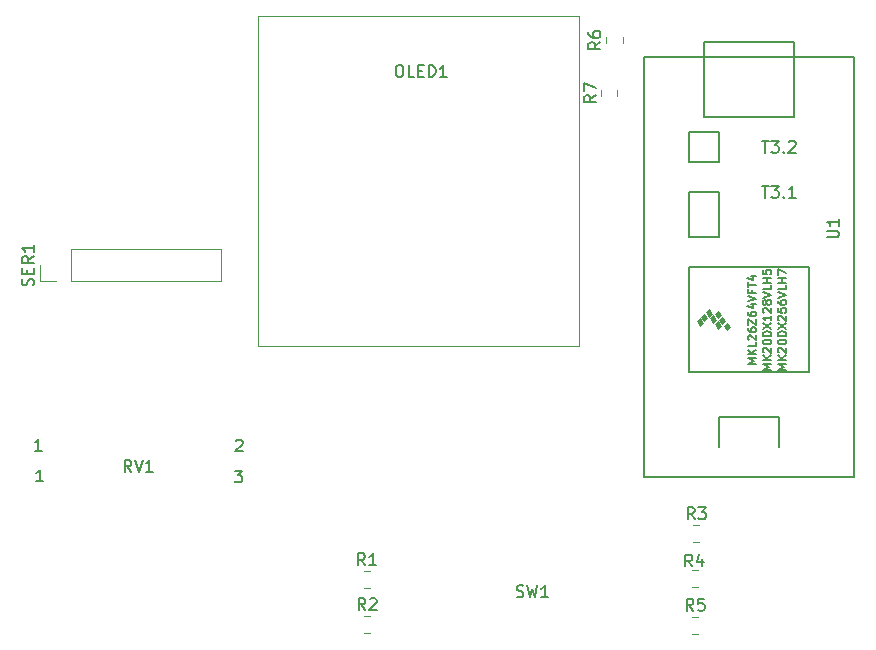
<source format=gbr>
G04 #@! TF.GenerationSoftware,KiCad,Pcbnew,(5.1.4-0)*
G04 #@! TF.CreationDate,2020-03-10T11:39:59-04:00*
G04 #@! TF.ProjectId,joystick,6a6f7973-7469-4636-9b2e-6b696361645f,rev?*
G04 #@! TF.SameCoordinates,Original*
G04 #@! TF.FileFunction,Legend,Top*
G04 #@! TF.FilePolarity,Positive*
%FSLAX46Y46*%
G04 Gerber Fmt 4.6, Leading zero omitted, Abs format (unit mm)*
G04 Created by KiCad (PCBNEW (5.1.4-0)) date 2020-03-10 11:39:59*
%MOMM*%
%LPD*%
G04 APERTURE LIST*
%ADD10C,0.120000*%
%ADD11C,0.100000*%
%ADD12C,0.150000*%
G04 APERTURE END LIST*
D10*
X93170000Y-87630000D02*
X93170000Y-86300000D01*
X94500000Y-87630000D02*
X93170000Y-87630000D01*
X95770000Y-87630000D02*
X95770000Y-84970000D01*
X95770000Y-84970000D02*
X108530000Y-84970000D01*
X95770000Y-87630000D02*
X108530000Y-87630000D01*
X108530000Y-87630000D02*
X108530000Y-84970000D01*
X148858578Y-116090000D02*
X148341422Y-116090000D01*
X148858578Y-117510000D02*
X148341422Y-117510000D01*
D11*
X111661000Y-65180000D02*
X111661000Y-93120000D01*
X138839000Y-65180000D02*
X111661000Y-65180000D01*
X138839000Y-93120000D02*
X138839000Y-65180000D01*
X111661000Y-93120000D02*
X138839000Y-93120000D01*
D10*
X140640000Y-71478922D02*
X140640000Y-71996078D01*
X142060000Y-71478922D02*
X142060000Y-71996078D01*
X142510000Y-67508578D02*
X142510000Y-66991422D01*
X141090000Y-67508578D02*
X141090000Y-66991422D01*
X148858578Y-112090000D02*
X148341422Y-112090000D01*
X148858578Y-113510000D02*
X148341422Y-113510000D01*
X148958578Y-108290000D02*
X148441422Y-108290000D01*
X148958578Y-109710000D02*
X148441422Y-109710000D01*
X120628922Y-117410000D02*
X121146078Y-117410000D01*
X120628922Y-115990000D02*
X121146078Y-115990000D01*
X120591422Y-113610000D02*
X121108578Y-113610000D01*
X120591422Y-112190000D02*
X121108578Y-112190000D01*
D11*
G36*
X150299000Y-91306000D02*
G01*
X150553000Y-91052000D01*
X150807000Y-91433000D01*
X150553000Y-91687000D01*
X150299000Y-91306000D01*
G37*
X150299000Y-91306000D02*
X150553000Y-91052000D01*
X150807000Y-91433000D01*
X150553000Y-91687000D01*
X150299000Y-91306000D01*
G36*
X149537000Y-90290000D02*
G01*
X149791000Y-90036000D01*
X150045000Y-90417000D01*
X149791000Y-90671000D01*
X149537000Y-90290000D01*
G37*
X149537000Y-90290000D02*
X149791000Y-90036000D01*
X150045000Y-90417000D01*
X149791000Y-90671000D01*
X149537000Y-90290000D01*
G36*
X148775000Y-91052000D02*
G01*
X149029000Y-90798000D01*
X149283000Y-91179000D01*
X149029000Y-91433000D01*
X148775000Y-91052000D01*
G37*
X148775000Y-91052000D02*
X149029000Y-90798000D01*
X149283000Y-91179000D01*
X149029000Y-91433000D01*
X148775000Y-91052000D01*
G36*
X150680000Y-90925000D02*
G01*
X150934000Y-90671000D01*
X151188000Y-91052000D01*
X150934000Y-91306000D01*
X150680000Y-90925000D01*
G37*
X150680000Y-90925000D02*
X150934000Y-90671000D01*
X151188000Y-91052000D01*
X150934000Y-91306000D01*
X150680000Y-90925000D01*
G36*
X149156000Y-90671000D02*
G01*
X149410000Y-90417000D01*
X149664000Y-90798000D01*
X149410000Y-91052000D01*
X149156000Y-90671000D01*
G37*
X149156000Y-90671000D02*
X149410000Y-90417000D01*
X149664000Y-90798000D01*
X149410000Y-91052000D01*
X149156000Y-90671000D01*
G36*
X151061000Y-91433000D02*
G01*
X151315000Y-91179000D01*
X151569000Y-91560000D01*
X151315000Y-91814000D01*
X151061000Y-91433000D01*
G37*
X151061000Y-91433000D02*
X151315000Y-91179000D01*
X151569000Y-91560000D01*
X151315000Y-91814000D01*
X151061000Y-91433000D01*
G36*
X149918000Y-90798000D02*
G01*
X150172000Y-90544000D01*
X150426000Y-90925000D01*
X150172000Y-91179000D01*
X149918000Y-90798000D01*
G37*
X149918000Y-90798000D02*
X150172000Y-90544000D01*
X150426000Y-90925000D01*
X150172000Y-91179000D01*
X149918000Y-90798000D01*
G36*
X150299000Y-90417000D02*
G01*
X150553000Y-90163000D01*
X150807000Y-90544000D01*
X150553000Y-90798000D01*
X150299000Y-90417000D01*
G37*
X150299000Y-90417000D02*
X150553000Y-90163000D01*
X150807000Y-90544000D01*
X150553000Y-90798000D01*
X150299000Y-90417000D01*
D12*
X144330000Y-68700000D02*
X162110000Y-68700000D01*
X144330000Y-104260000D02*
X144330000Y-68700000D01*
X162110000Y-104260000D02*
X144330000Y-104260000D01*
X162110000Y-68700000D02*
X162110000Y-104260000D01*
X148140000Y-95370000D02*
X148140000Y-86480000D01*
X158300000Y-95370000D02*
X158300000Y-86480000D01*
X158300000Y-86480000D02*
X148140000Y-86480000D01*
X148140000Y-95370000D02*
X158300000Y-95370000D01*
X155760000Y-99180000D02*
X155760000Y-101720000D01*
X150680000Y-99180000D02*
X155760000Y-99180000D01*
X150680000Y-101720000D02*
X150680000Y-99180000D01*
X150680000Y-75050000D02*
X148140000Y-75050000D01*
X150680000Y-77590000D02*
X150680000Y-75050000D01*
X148140000Y-77590000D02*
X150680000Y-77590000D01*
X148140000Y-75050000D02*
X148140000Y-77590000D01*
X149410000Y-73780000D02*
X149410000Y-68700000D01*
X157030000Y-73780000D02*
X157030000Y-68700000D01*
X149410000Y-73780000D02*
X157030000Y-73780000D01*
X150680000Y-80130000D02*
X148140000Y-80130000D01*
X150680000Y-83940000D02*
X150680000Y-80130000D01*
X148140000Y-83940000D02*
X150680000Y-83940000D01*
X148140000Y-80130000D02*
X148140000Y-83940000D01*
X157030000Y-67430000D02*
X157030000Y-68700000D01*
X149410000Y-67430000D02*
X157030000Y-67430000D01*
X149410000Y-68700000D02*
X149410000Y-67430000D01*
X92574761Y-88014285D02*
X92622380Y-87871428D01*
X92622380Y-87633333D01*
X92574761Y-87538095D01*
X92527142Y-87490476D01*
X92431904Y-87442857D01*
X92336666Y-87442857D01*
X92241428Y-87490476D01*
X92193809Y-87538095D01*
X92146190Y-87633333D01*
X92098571Y-87823809D01*
X92050952Y-87919047D01*
X92003333Y-87966666D01*
X91908095Y-88014285D01*
X91812857Y-88014285D01*
X91717619Y-87966666D01*
X91670000Y-87919047D01*
X91622380Y-87823809D01*
X91622380Y-87585714D01*
X91670000Y-87442857D01*
X92098571Y-87014285D02*
X92098571Y-86680952D01*
X92622380Y-86538095D02*
X92622380Y-87014285D01*
X91622380Y-87014285D01*
X91622380Y-86538095D01*
X92622380Y-85538095D02*
X92146190Y-85871428D01*
X92622380Y-86109523D02*
X91622380Y-86109523D01*
X91622380Y-85728571D01*
X91670000Y-85633333D01*
X91717619Y-85585714D01*
X91812857Y-85538095D01*
X91955714Y-85538095D01*
X92050952Y-85585714D01*
X92098571Y-85633333D01*
X92146190Y-85728571D01*
X92146190Y-86109523D01*
X92622380Y-84585714D02*
X92622380Y-85157142D01*
X92622380Y-84871428D02*
X91622380Y-84871428D01*
X91765238Y-84966666D01*
X91860476Y-85061904D01*
X91908095Y-85157142D01*
X148483333Y-115552380D02*
X148150000Y-115076190D01*
X147911904Y-115552380D02*
X147911904Y-114552380D01*
X148292857Y-114552380D01*
X148388095Y-114600000D01*
X148435714Y-114647619D01*
X148483333Y-114742857D01*
X148483333Y-114885714D01*
X148435714Y-114980952D01*
X148388095Y-115028571D01*
X148292857Y-115076190D01*
X147911904Y-115076190D01*
X149388095Y-114552380D02*
X148911904Y-114552380D01*
X148864285Y-115028571D01*
X148911904Y-114980952D01*
X149007142Y-114933333D01*
X149245238Y-114933333D01*
X149340476Y-114980952D01*
X149388095Y-115028571D01*
X149435714Y-115123809D01*
X149435714Y-115361904D01*
X149388095Y-115457142D01*
X149340476Y-115504761D01*
X149245238Y-115552380D01*
X149007142Y-115552380D01*
X148911904Y-115504761D01*
X148864285Y-115457142D01*
X123511428Y-69362380D02*
X123701904Y-69362380D01*
X123797142Y-69410000D01*
X123892380Y-69505238D01*
X123940000Y-69695714D01*
X123940000Y-70029047D01*
X123892380Y-70219523D01*
X123797142Y-70314761D01*
X123701904Y-70362380D01*
X123511428Y-70362380D01*
X123416190Y-70314761D01*
X123320952Y-70219523D01*
X123273333Y-70029047D01*
X123273333Y-69695714D01*
X123320952Y-69505238D01*
X123416190Y-69410000D01*
X123511428Y-69362380D01*
X124844761Y-70362380D02*
X124368571Y-70362380D01*
X124368571Y-69362380D01*
X125178095Y-69838571D02*
X125511428Y-69838571D01*
X125654285Y-70362380D02*
X125178095Y-70362380D01*
X125178095Y-69362380D01*
X125654285Y-69362380D01*
X126082857Y-70362380D02*
X126082857Y-69362380D01*
X126320952Y-69362380D01*
X126463809Y-69410000D01*
X126559047Y-69505238D01*
X126606666Y-69600476D01*
X126654285Y-69790952D01*
X126654285Y-69933809D01*
X126606666Y-70124285D01*
X126559047Y-70219523D01*
X126463809Y-70314761D01*
X126320952Y-70362380D01*
X126082857Y-70362380D01*
X127606666Y-70362380D02*
X127035238Y-70362380D01*
X127320952Y-70362380D02*
X127320952Y-69362380D01*
X127225714Y-69505238D01*
X127130476Y-69600476D01*
X127035238Y-69648095D01*
X133516666Y-114354761D02*
X133659523Y-114402380D01*
X133897619Y-114402380D01*
X133992857Y-114354761D01*
X134040476Y-114307142D01*
X134088095Y-114211904D01*
X134088095Y-114116666D01*
X134040476Y-114021428D01*
X133992857Y-113973809D01*
X133897619Y-113926190D01*
X133707142Y-113878571D01*
X133611904Y-113830952D01*
X133564285Y-113783333D01*
X133516666Y-113688095D01*
X133516666Y-113592857D01*
X133564285Y-113497619D01*
X133611904Y-113450000D01*
X133707142Y-113402380D01*
X133945238Y-113402380D01*
X134088095Y-113450000D01*
X134421428Y-113402380D02*
X134659523Y-114402380D01*
X134850000Y-113688095D01*
X135040476Y-114402380D01*
X135278571Y-113402380D01*
X136183333Y-114402380D02*
X135611904Y-114402380D01*
X135897619Y-114402380D02*
X135897619Y-113402380D01*
X135802380Y-113545238D01*
X135707142Y-113640476D01*
X135611904Y-113688095D01*
X100904761Y-103802380D02*
X100571428Y-103326190D01*
X100333333Y-103802380D02*
X100333333Y-102802380D01*
X100714285Y-102802380D01*
X100809523Y-102850000D01*
X100857142Y-102897619D01*
X100904761Y-102992857D01*
X100904761Y-103135714D01*
X100857142Y-103230952D01*
X100809523Y-103278571D01*
X100714285Y-103326190D01*
X100333333Y-103326190D01*
X101190476Y-102802380D02*
X101523809Y-103802380D01*
X101857142Y-102802380D01*
X102714285Y-103802380D02*
X102142857Y-103802380D01*
X102428571Y-103802380D02*
X102428571Y-102802380D01*
X102333333Y-102945238D01*
X102238095Y-103040476D01*
X102142857Y-103088095D01*
X109656666Y-103692380D02*
X110275714Y-103692380D01*
X109942380Y-104073333D01*
X110085238Y-104073333D01*
X110180476Y-104120952D01*
X110228095Y-104168571D01*
X110275714Y-104263809D01*
X110275714Y-104501904D01*
X110228095Y-104597142D01*
X110180476Y-104644761D01*
X110085238Y-104692380D01*
X109799523Y-104692380D01*
X109704285Y-104644761D01*
X109656666Y-104597142D01*
X109744285Y-101157619D02*
X109791904Y-101110000D01*
X109887142Y-101062380D01*
X110125238Y-101062380D01*
X110220476Y-101110000D01*
X110268095Y-101157619D01*
X110315714Y-101252857D01*
X110315714Y-101348095D01*
X110268095Y-101490952D01*
X109696666Y-102062380D01*
X110315714Y-102062380D01*
X93435714Y-104602380D02*
X92864285Y-104602380D01*
X93150000Y-104602380D02*
X93150000Y-103602380D01*
X93054761Y-103745238D01*
X92959523Y-103840476D01*
X92864285Y-103888095D01*
X93325714Y-102012380D02*
X92754285Y-102012380D01*
X93040000Y-102012380D02*
X93040000Y-101012380D01*
X92944761Y-101155238D01*
X92849523Y-101250476D01*
X92754285Y-101298095D01*
X140252380Y-71904166D02*
X139776190Y-72237500D01*
X140252380Y-72475595D02*
X139252380Y-72475595D01*
X139252380Y-72094642D01*
X139300000Y-71999404D01*
X139347619Y-71951785D01*
X139442857Y-71904166D01*
X139585714Y-71904166D01*
X139680952Y-71951785D01*
X139728571Y-71999404D01*
X139776190Y-72094642D01*
X139776190Y-72475595D01*
X139252380Y-71570833D02*
X139252380Y-70904166D01*
X140252380Y-71332738D01*
X140602380Y-67416666D02*
X140126190Y-67750000D01*
X140602380Y-67988095D02*
X139602380Y-67988095D01*
X139602380Y-67607142D01*
X139650000Y-67511904D01*
X139697619Y-67464285D01*
X139792857Y-67416666D01*
X139935714Y-67416666D01*
X140030952Y-67464285D01*
X140078571Y-67511904D01*
X140126190Y-67607142D01*
X140126190Y-67988095D01*
X139602380Y-66559523D02*
X139602380Y-66750000D01*
X139650000Y-66845238D01*
X139697619Y-66892857D01*
X139840476Y-66988095D01*
X140030952Y-67035714D01*
X140411904Y-67035714D01*
X140507142Y-66988095D01*
X140554761Y-66940476D01*
X140602380Y-66845238D01*
X140602380Y-66654761D01*
X140554761Y-66559523D01*
X140507142Y-66511904D01*
X140411904Y-66464285D01*
X140173809Y-66464285D01*
X140078571Y-66511904D01*
X140030952Y-66559523D01*
X139983333Y-66654761D01*
X139983333Y-66845238D01*
X140030952Y-66940476D01*
X140078571Y-66988095D01*
X140173809Y-67035714D01*
X148383333Y-111802380D02*
X148050000Y-111326190D01*
X147811904Y-111802380D02*
X147811904Y-110802380D01*
X148192857Y-110802380D01*
X148288095Y-110850000D01*
X148335714Y-110897619D01*
X148383333Y-110992857D01*
X148383333Y-111135714D01*
X148335714Y-111230952D01*
X148288095Y-111278571D01*
X148192857Y-111326190D01*
X147811904Y-111326190D01*
X149240476Y-111135714D02*
X149240476Y-111802380D01*
X149002380Y-110754761D02*
X148764285Y-111469047D01*
X149383333Y-111469047D01*
X148583333Y-107802380D02*
X148250000Y-107326190D01*
X148011904Y-107802380D02*
X148011904Y-106802380D01*
X148392857Y-106802380D01*
X148488095Y-106850000D01*
X148535714Y-106897619D01*
X148583333Y-106992857D01*
X148583333Y-107135714D01*
X148535714Y-107230952D01*
X148488095Y-107278571D01*
X148392857Y-107326190D01*
X148011904Y-107326190D01*
X148916666Y-106802380D02*
X149535714Y-106802380D01*
X149202380Y-107183333D01*
X149345238Y-107183333D01*
X149440476Y-107230952D01*
X149488095Y-107278571D01*
X149535714Y-107373809D01*
X149535714Y-107611904D01*
X149488095Y-107707142D01*
X149440476Y-107754761D01*
X149345238Y-107802380D01*
X149059523Y-107802380D01*
X148964285Y-107754761D01*
X148916666Y-107707142D01*
X120720833Y-115502380D02*
X120387500Y-115026190D01*
X120149404Y-115502380D02*
X120149404Y-114502380D01*
X120530357Y-114502380D01*
X120625595Y-114550000D01*
X120673214Y-114597619D01*
X120720833Y-114692857D01*
X120720833Y-114835714D01*
X120673214Y-114930952D01*
X120625595Y-114978571D01*
X120530357Y-115026190D01*
X120149404Y-115026190D01*
X121101785Y-114597619D02*
X121149404Y-114550000D01*
X121244642Y-114502380D01*
X121482738Y-114502380D01*
X121577976Y-114550000D01*
X121625595Y-114597619D01*
X121673214Y-114692857D01*
X121673214Y-114788095D01*
X121625595Y-114930952D01*
X121054166Y-115502380D01*
X121673214Y-115502380D01*
X120683333Y-111702380D02*
X120350000Y-111226190D01*
X120111904Y-111702380D02*
X120111904Y-110702380D01*
X120492857Y-110702380D01*
X120588095Y-110750000D01*
X120635714Y-110797619D01*
X120683333Y-110892857D01*
X120683333Y-111035714D01*
X120635714Y-111130952D01*
X120588095Y-111178571D01*
X120492857Y-111226190D01*
X120111904Y-111226190D01*
X121635714Y-111702380D02*
X121064285Y-111702380D01*
X121350000Y-111702380D02*
X121350000Y-110702380D01*
X121254761Y-110845238D01*
X121159523Y-110940476D01*
X121064285Y-110988095D01*
X159792380Y-83941904D02*
X160601904Y-83941904D01*
X160697142Y-83894285D01*
X160744761Y-83846666D01*
X160792380Y-83751428D01*
X160792380Y-83560952D01*
X160744761Y-83465714D01*
X160697142Y-83418095D01*
X160601904Y-83370476D01*
X159792380Y-83370476D01*
X160792380Y-82370476D02*
X160792380Y-82941904D01*
X160792380Y-82656190D02*
X159792380Y-82656190D01*
X159935238Y-82751428D01*
X160030476Y-82846666D01*
X160078095Y-82941904D01*
X155060666Y-95141666D02*
X154360666Y-95141666D01*
X154860666Y-94908333D01*
X154360666Y-94675000D01*
X155060666Y-94675000D01*
X155060666Y-94341666D02*
X154360666Y-94341666D01*
X155060666Y-93941666D02*
X154660666Y-94241666D01*
X154360666Y-93941666D02*
X154760666Y-94341666D01*
X154427333Y-93675000D02*
X154394000Y-93641666D01*
X154360666Y-93575000D01*
X154360666Y-93408333D01*
X154394000Y-93341666D01*
X154427333Y-93308333D01*
X154494000Y-93275000D01*
X154560666Y-93275000D01*
X154660666Y-93308333D01*
X155060666Y-93708333D01*
X155060666Y-93275000D01*
X154360666Y-92841666D02*
X154360666Y-92775000D01*
X154394000Y-92708333D01*
X154427333Y-92675000D01*
X154494000Y-92641666D01*
X154627333Y-92608333D01*
X154794000Y-92608333D01*
X154927333Y-92641666D01*
X154994000Y-92675000D01*
X155027333Y-92708333D01*
X155060666Y-92775000D01*
X155060666Y-92841666D01*
X155027333Y-92908333D01*
X154994000Y-92941666D01*
X154927333Y-92975000D01*
X154794000Y-93008333D01*
X154627333Y-93008333D01*
X154494000Y-92975000D01*
X154427333Y-92941666D01*
X154394000Y-92908333D01*
X154360666Y-92841666D01*
X155060666Y-92308333D02*
X154360666Y-92308333D01*
X154360666Y-92141666D01*
X154394000Y-92041666D01*
X154460666Y-91975000D01*
X154527333Y-91941666D01*
X154660666Y-91908333D01*
X154760666Y-91908333D01*
X154894000Y-91941666D01*
X154960666Y-91975000D01*
X155027333Y-92041666D01*
X155060666Y-92141666D01*
X155060666Y-92308333D01*
X154360666Y-91675000D02*
X155060666Y-91208333D01*
X154360666Y-91208333D02*
X155060666Y-91675000D01*
X155060666Y-90575000D02*
X155060666Y-90975000D01*
X155060666Y-90775000D02*
X154360666Y-90775000D01*
X154460666Y-90841666D01*
X154527333Y-90908333D01*
X154560666Y-90975000D01*
X154427333Y-90308333D02*
X154394000Y-90275000D01*
X154360666Y-90208333D01*
X154360666Y-90041666D01*
X154394000Y-89975000D01*
X154427333Y-89941666D01*
X154494000Y-89908333D01*
X154560666Y-89908333D01*
X154660666Y-89941666D01*
X155060666Y-90341666D01*
X155060666Y-89908333D01*
X154660666Y-89508333D02*
X154627333Y-89575000D01*
X154594000Y-89608333D01*
X154527333Y-89641666D01*
X154494000Y-89641666D01*
X154427333Y-89608333D01*
X154394000Y-89575000D01*
X154360666Y-89508333D01*
X154360666Y-89375000D01*
X154394000Y-89308333D01*
X154427333Y-89275000D01*
X154494000Y-89241666D01*
X154527333Y-89241666D01*
X154594000Y-89275000D01*
X154627333Y-89308333D01*
X154660666Y-89375000D01*
X154660666Y-89508333D01*
X154694000Y-89575000D01*
X154727333Y-89608333D01*
X154794000Y-89641666D01*
X154927333Y-89641666D01*
X154994000Y-89608333D01*
X155027333Y-89575000D01*
X155060666Y-89508333D01*
X155060666Y-89375000D01*
X155027333Y-89308333D01*
X154994000Y-89275000D01*
X154927333Y-89241666D01*
X154794000Y-89241666D01*
X154727333Y-89275000D01*
X154694000Y-89308333D01*
X154660666Y-89375000D01*
X154360666Y-89041666D02*
X155060666Y-88808333D01*
X154360666Y-88575000D01*
X155060666Y-88008333D02*
X155060666Y-88341666D01*
X154360666Y-88341666D01*
X155060666Y-87775000D02*
X154360666Y-87775000D01*
X154694000Y-87775000D02*
X154694000Y-87375000D01*
X155060666Y-87375000D02*
X154360666Y-87375000D01*
X154360666Y-86708333D02*
X154360666Y-87041666D01*
X154694000Y-87075000D01*
X154660666Y-87041666D01*
X154627333Y-86975000D01*
X154627333Y-86808333D01*
X154660666Y-86741666D01*
X154694000Y-86708333D01*
X154760666Y-86675000D01*
X154927333Y-86675000D01*
X154994000Y-86708333D01*
X155027333Y-86741666D01*
X155060666Y-86808333D01*
X155060666Y-86975000D01*
X155027333Y-87041666D01*
X154994000Y-87075000D01*
X153790666Y-94658333D02*
X153090666Y-94658333D01*
X153590666Y-94425000D01*
X153090666Y-94191666D01*
X153790666Y-94191666D01*
X153790666Y-93858333D02*
X153090666Y-93858333D01*
X153790666Y-93458333D02*
X153390666Y-93758333D01*
X153090666Y-93458333D02*
X153490666Y-93858333D01*
X153790666Y-92825000D02*
X153790666Y-93158333D01*
X153090666Y-93158333D01*
X153157333Y-92625000D02*
X153124000Y-92591666D01*
X153090666Y-92525000D01*
X153090666Y-92358333D01*
X153124000Y-92291666D01*
X153157333Y-92258333D01*
X153224000Y-92225000D01*
X153290666Y-92225000D01*
X153390666Y-92258333D01*
X153790666Y-92658333D01*
X153790666Y-92225000D01*
X153090666Y-91625000D02*
X153090666Y-91758333D01*
X153124000Y-91825000D01*
X153157333Y-91858333D01*
X153257333Y-91925000D01*
X153390666Y-91958333D01*
X153657333Y-91958333D01*
X153724000Y-91925000D01*
X153757333Y-91891666D01*
X153790666Y-91825000D01*
X153790666Y-91691666D01*
X153757333Y-91625000D01*
X153724000Y-91591666D01*
X153657333Y-91558333D01*
X153490666Y-91558333D01*
X153424000Y-91591666D01*
X153390666Y-91625000D01*
X153357333Y-91691666D01*
X153357333Y-91825000D01*
X153390666Y-91891666D01*
X153424000Y-91925000D01*
X153490666Y-91958333D01*
X153090666Y-91325000D02*
X153090666Y-90858333D01*
X153790666Y-91325000D01*
X153790666Y-90858333D01*
X153090666Y-90291666D02*
X153090666Y-90425000D01*
X153124000Y-90491666D01*
X153157333Y-90525000D01*
X153257333Y-90591666D01*
X153390666Y-90625000D01*
X153657333Y-90625000D01*
X153724000Y-90591666D01*
X153757333Y-90558333D01*
X153790666Y-90491666D01*
X153790666Y-90358333D01*
X153757333Y-90291666D01*
X153724000Y-90258333D01*
X153657333Y-90225000D01*
X153490666Y-90225000D01*
X153424000Y-90258333D01*
X153390666Y-90291666D01*
X153357333Y-90358333D01*
X153357333Y-90491666D01*
X153390666Y-90558333D01*
X153424000Y-90591666D01*
X153490666Y-90625000D01*
X153324000Y-89625000D02*
X153790666Y-89625000D01*
X153057333Y-89791666D02*
X153557333Y-89958333D01*
X153557333Y-89525000D01*
X153090666Y-89358333D02*
X153790666Y-89125000D01*
X153090666Y-88891666D01*
X153424000Y-88425000D02*
X153424000Y-88658333D01*
X153790666Y-88658333D02*
X153090666Y-88658333D01*
X153090666Y-88325000D01*
X153090666Y-88158333D02*
X153090666Y-87758333D01*
X153790666Y-87958333D02*
X153090666Y-87958333D01*
X153324000Y-87225000D02*
X153790666Y-87225000D01*
X153057333Y-87391666D02*
X153557333Y-87558333D01*
X153557333Y-87125000D01*
X156330666Y-95141666D02*
X155630666Y-95141666D01*
X156130666Y-94908333D01*
X155630666Y-94675000D01*
X156330666Y-94675000D01*
X156330666Y-94341666D02*
X155630666Y-94341666D01*
X156330666Y-93941666D02*
X155930666Y-94241666D01*
X155630666Y-93941666D02*
X156030666Y-94341666D01*
X155697333Y-93675000D02*
X155664000Y-93641666D01*
X155630666Y-93575000D01*
X155630666Y-93408333D01*
X155664000Y-93341666D01*
X155697333Y-93308333D01*
X155764000Y-93275000D01*
X155830666Y-93275000D01*
X155930666Y-93308333D01*
X156330666Y-93708333D01*
X156330666Y-93275000D01*
X155630666Y-92841666D02*
X155630666Y-92775000D01*
X155664000Y-92708333D01*
X155697333Y-92675000D01*
X155764000Y-92641666D01*
X155897333Y-92608333D01*
X156064000Y-92608333D01*
X156197333Y-92641666D01*
X156264000Y-92675000D01*
X156297333Y-92708333D01*
X156330666Y-92775000D01*
X156330666Y-92841666D01*
X156297333Y-92908333D01*
X156264000Y-92941666D01*
X156197333Y-92975000D01*
X156064000Y-93008333D01*
X155897333Y-93008333D01*
X155764000Y-92975000D01*
X155697333Y-92941666D01*
X155664000Y-92908333D01*
X155630666Y-92841666D01*
X156330666Y-92308333D02*
X155630666Y-92308333D01*
X155630666Y-92141666D01*
X155664000Y-92041666D01*
X155730666Y-91975000D01*
X155797333Y-91941666D01*
X155930666Y-91908333D01*
X156030666Y-91908333D01*
X156164000Y-91941666D01*
X156230666Y-91975000D01*
X156297333Y-92041666D01*
X156330666Y-92141666D01*
X156330666Y-92308333D01*
X155630666Y-91675000D02*
X156330666Y-91208333D01*
X155630666Y-91208333D02*
X156330666Y-91675000D01*
X155697333Y-90975000D02*
X155664000Y-90941666D01*
X155630666Y-90875000D01*
X155630666Y-90708333D01*
X155664000Y-90641666D01*
X155697333Y-90608333D01*
X155764000Y-90575000D01*
X155830666Y-90575000D01*
X155930666Y-90608333D01*
X156330666Y-91008333D01*
X156330666Y-90575000D01*
X155630666Y-89941666D02*
X155630666Y-90275000D01*
X155964000Y-90308333D01*
X155930666Y-90275000D01*
X155897333Y-90208333D01*
X155897333Y-90041666D01*
X155930666Y-89975000D01*
X155964000Y-89941666D01*
X156030666Y-89908333D01*
X156197333Y-89908333D01*
X156264000Y-89941666D01*
X156297333Y-89975000D01*
X156330666Y-90041666D01*
X156330666Y-90208333D01*
X156297333Y-90275000D01*
X156264000Y-90308333D01*
X155630666Y-89308333D02*
X155630666Y-89441666D01*
X155664000Y-89508333D01*
X155697333Y-89541666D01*
X155797333Y-89608333D01*
X155930666Y-89641666D01*
X156197333Y-89641666D01*
X156264000Y-89608333D01*
X156297333Y-89575000D01*
X156330666Y-89508333D01*
X156330666Y-89375000D01*
X156297333Y-89308333D01*
X156264000Y-89275000D01*
X156197333Y-89241666D01*
X156030666Y-89241666D01*
X155964000Y-89275000D01*
X155930666Y-89308333D01*
X155897333Y-89375000D01*
X155897333Y-89508333D01*
X155930666Y-89575000D01*
X155964000Y-89608333D01*
X156030666Y-89641666D01*
X155630666Y-89041666D02*
X156330666Y-88808333D01*
X155630666Y-88575000D01*
X156330666Y-88008333D02*
X156330666Y-88341666D01*
X155630666Y-88341666D01*
X156330666Y-87775000D02*
X155630666Y-87775000D01*
X155964000Y-87775000D02*
X155964000Y-87375000D01*
X156330666Y-87375000D02*
X155630666Y-87375000D01*
X155630666Y-87108333D02*
X155630666Y-86641666D01*
X156330666Y-86941666D01*
X154283809Y-79582380D02*
X154855238Y-79582380D01*
X154569523Y-80582380D02*
X154569523Y-79582380D01*
X155093333Y-79582380D02*
X155712380Y-79582380D01*
X155379047Y-79963333D01*
X155521904Y-79963333D01*
X155617142Y-80010952D01*
X155664761Y-80058571D01*
X155712380Y-80153809D01*
X155712380Y-80391904D01*
X155664761Y-80487142D01*
X155617142Y-80534761D01*
X155521904Y-80582380D01*
X155236190Y-80582380D01*
X155140952Y-80534761D01*
X155093333Y-80487142D01*
X156140952Y-80487142D02*
X156188571Y-80534761D01*
X156140952Y-80582380D01*
X156093333Y-80534761D01*
X156140952Y-80487142D01*
X156140952Y-80582380D01*
X157140952Y-80582380D02*
X156569523Y-80582380D01*
X156855238Y-80582380D02*
X156855238Y-79582380D01*
X156760000Y-79725238D01*
X156664761Y-79820476D01*
X156569523Y-79868095D01*
X154283809Y-75772380D02*
X154855238Y-75772380D01*
X154569523Y-76772380D02*
X154569523Y-75772380D01*
X155093333Y-75772380D02*
X155712380Y-75772380D01*
X155379047Y-76153333D01*
X155521904Y-76153333D01*
X155617142Y-76200952D01*
X155664761Y-76248571D01*
X155712380Y-76343809D01*
X155712380Y-76581904D01*
X155664761Y-76677142D01*
X155617142Y-76724761D01*
X155521904Y-76772380D01*
X155236190Y-76772380D01*
X155140952Y-76724761D01*
X155093333Y-76677142D01*
X156140952Y-76677142D02*
X156188571Y-76724761D01*
X156140952Y-76772380D01*
X156093333Y-76724761D01*
X156140952Y-76677142D01*
X156140952Y-76772380D01*
X156569523Y-75867619D02*
X156617142Y-75820000D01*
X156712380Y-75772380D01*
X156950476Y-75772380D01*
X157045714Y-75820000D01*
X157093333Y-75867619D01*
X157140952Y-75962857D01*
X157140952Y-76058095D01*
X157093333Y-76200952D01*
X156521904Y-76772380D01*
X157140952Y-76772380D01*
M02*

</source>
